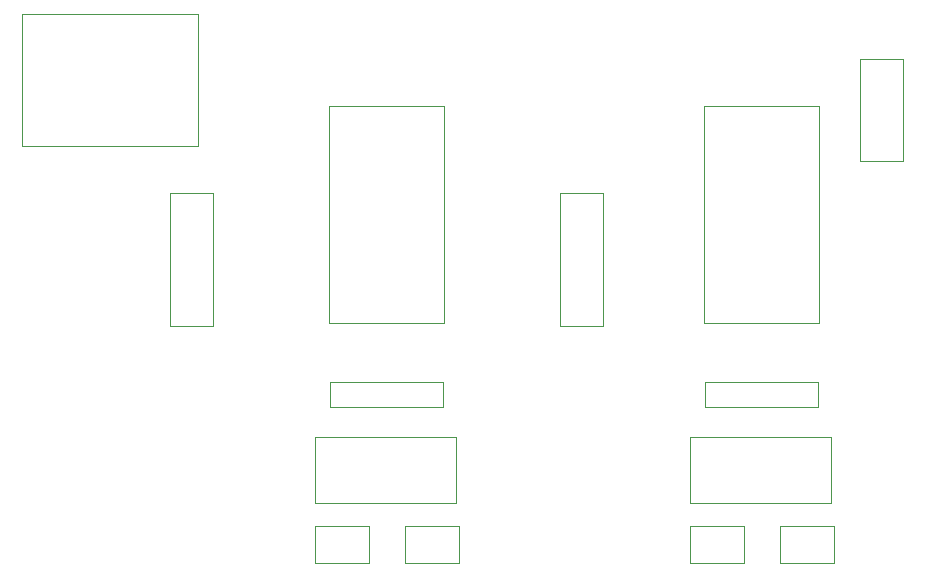
<source format=gbr>
G04 #@! TF.GenerationSoftware,KiCad,Pcbnew,(5.1.4-0-10_14)*
G04 #@! TF.CreationDate,2019-10-20T20:35:26-03:00*
G04 #@! TF.ProjectId,shield,73686965-6c64-42e6-9b69-6361645f7063,rev?*
G04 #@! TF.SameCoordinates,Original*
G04 #@! TF.FileFunction,Other,User*
%FSLAX46Y46*%
G04 Gerber Fmt 4.6, Leading zero omitted, Abs format (unit mm)*
G04 Created by KiCad (PCBNEW (5.1.4-0-10_14)) date 2019-10-20 20:35:26*
%MOMM*%
%LPD*%
G04 APERTURE LIST*
%ADD10C,0.050000*%
G04 APERTURE END LIST*
D10*
X161480000Y-87910000D02*
X171280000Y-87910000D01*
X161480000Y-69560000D02*
X161480000Y-87910000D01*
X171280000Y-69560000D02*
X161480000Y-69560000D01*
X171280000Y-87910000D02*
X171280000Y-69560000D01*
X152930000Y-76940000D02*
X149330000Y-76940000D01*
X152930000Y-88140000D02*
X152930000Y-76940000D01*
X149330000Y-88140000D02*
X152930000Y-88140000D01*
X149330000Y-76940000D02*
X149330000Y-88140000D01*
X119910000Y-76940000D02*
X116310000Y-76940000D01*
X119910000Y-88140000D02*
X119910000Y-76940000D01*
X116310000Y-88140000D02*
X119910000Y-88140000D01*
X116310000Y-76940000D02*
X116310000Y-88140000D01*
X174730000Y-74190000D02*
X178330000Y-74190000D01*
X174730000Y-65540000D02*
X174730000Y-74190000D01*
X178330000Y-65540000D02*
X174730000Y-65540000D01*
X178330000Y-74190000D02*
X178330000Y-65540000D01*
X129730000Y-87910000D02*
X139530000Y-87910000D01*
X129730000Y-69560000D02*
X129730000Y-87910000D01*
X139530000Y-69560000D02*
X129730000Y-69560000D01*
X139530000Y-87910000D02*
X139530000Y-69560000D01*
X160330000Y-97530000D02*
X160330000Y-103130000D01*
X160330000Y-103130000D02*
X172230000Y-103130000D01*
X172230000Y-103130000D02*
X172230000Y-97530000D01*
X172230000Y-97530000D02*
X160330000Y-97530000D01*
X128580000Y-97530000D02*
X128580000Y-103130000D01*
X128580000Y-103130000D02*
X140480000Y-103130000D01*
X140480000Y-103130000D02*
X140480000Y-97530000D01*
X140480000Y-97530000D02*
X128580000Y-97530000D01*
X118640000Y-72950000D02*
X118640000Y-61750000D01*
X103790000Y-72950000D02*
X118640000Y-72950000D01*
X103790000Y-61750000D02*
X103790000Y-72950000D01*
X118640000Y-61750000D02*
X103790000Y-61750000D01*
X161610000Y-92930000D02*
X161610000Y-95030000D01*
X161610000Y-95030000D02*
X171130000Y-95030000D01*
X171130000Y-95030000D02*
X171130000Y-92930000D01*
X171130000Y-92930000D02*
X161610000Y-92930000D01*
X129860000Y-92930000D02*
X129860000Y-95030000D01*
X129860000Y-95030000D02*
X139380000Y-95030000D01*
X139380000Y-95030000D02*
X139380000Y-92930000D01*
X139380000Y-92930000D02*
X129860000Y-92930000D01*
X172500000Y-108230000D02*
X172500000Y-105130000D01*
X172500000Y-105130000D02*
X167900000Y-105130000D01*
X167900000Y-105130000D02*
X167900000Y-108230000D01*
X167900000Y-108230000D02*
X172500000Y-108230000D01*
X164880000Y-108230000D02*
X164880000Y-105130000D01*
X164880000Y-105130000D02*
X160280000Y-105130000D01*
X160280000Y-105130000D02*
X160280000Y-108230000D01*
X160280000Y-108230000D02*
X164880000Y-108230000D01*
X140750000Y-108230000D02*
X140750000Y-105130000D01*
X140750000Y-105130000D02*
X136150000Y-105130000D01*
X136150000Y-105130000D02*
X136150000Y-108230000D01*
X136150000Y-108230000D02*
X140750000Y-108230000D01*
X133130000Y-108230000D02*
X133130000Y-105130000D01*
X133130000Y-105130000D02*
X128530000Y-105130000D01*
X128530000Y-105130000D02*
X128530000Y-108230000D01*
X128530000Y-108230000D02*
X133130000Y-108230000D01*
M02*

</source>
